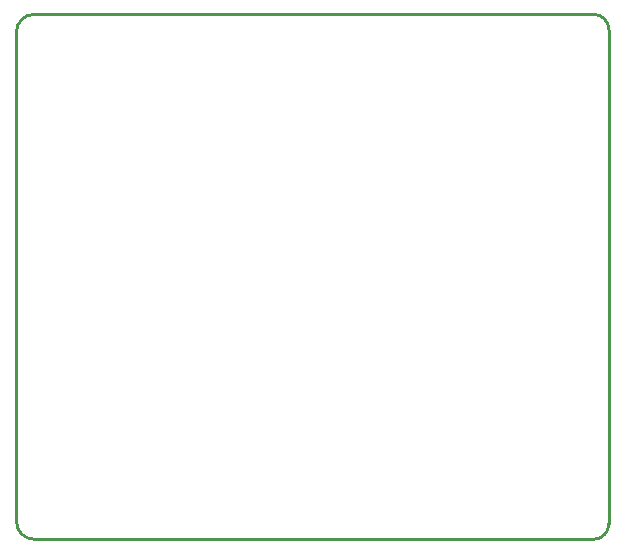
<source format=gko>
G04*
G04 #@! TF.GenerationSoftware,Altium Limited,Altium Designer,22.8.2 (66)*
G04*
G04 Layer_Color=16711935*
%FSLAX44Y44*%
%MOMM*%
G71*
G04*
G04 #@! TF.SameCoordinates,219079CE-D9F2-4F20-8337-977AF1FC8BC2*
G04*
G04*
G04 #@! TF.FilePolarity,Positive*
G04*
G01*
G75*
%ADD13C,0.2540*%
D13*
X15112Y444500D02*
G03*
X0Y429388I0J-15112D01*
G01*
X501650Y431492D02*
G03*
X488642Y444500I-13008J0D01*
G01*
X488642Y0D02*
G03*
X501650Y13008I0J13008D01*
G01*
X0Y15112D02*
G03*
X15112Y0I15112J0D01*
G01*
X15112Y444500D02*
X488642D01*
X0Y15112D02*
X0Y429388D01*
X501650Y13008D02*
X501650Y431492D01*
X15112Y0D02*
X488642D01*
M02*

</source>
